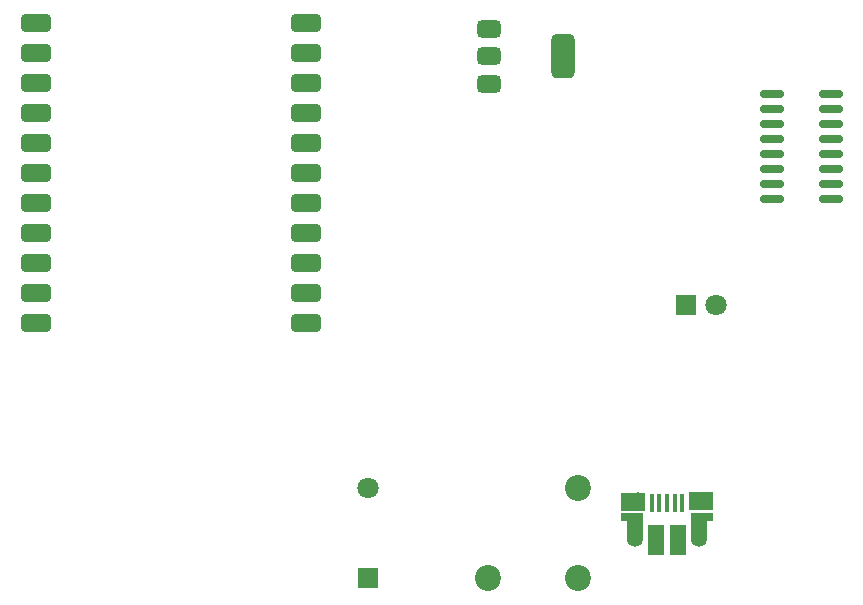
<source format=gbr>
%TF.GenerationSoftware,KiCad,Pcbnew,9.0.0*%
%TF.CreationDate,2025-04-09T12:13:31+05:30*%
%TF.ProjectId,ES lab Assignment,4553206c-6162-4204-9173-7369676e6d65,rev?*%
%TF.SameCoordinates,Original*%
%TF.FileFunction,Soldermask,Top*%
%TF.FilePolarity,Negative*%
%FSLAX46Y46*%
G04 Gerber Fmt 4.6, Leading zero omitted, Abs format (unit mm)*
G04 Created by KiCad (PCBNEW 9.0.0) date 2025-04-09 12:13:31*
%MOMM*%
%LPD*%
G01*
G04 APERTURE LIST*
G04 Aperture macros list*
%AMRoundRect*
0 Rectangle with rounded corners*
0 $1 Rounding radius*
0 $2 $3 $4 $5 $6 $7 $8 $9 X,Y pos of 4 corners*
0 Add a 4 corners polygon primitive as box body*
4,1,4,$2,$3,$4,$5,$6,$7,$8,$9,$2,$3,0*
0 Add four circle primitives for the rounded corners*
1,1,$1+$1,$2,$3*
1,1,$1+$1,$4,$5*
1,1,$1+$1,$6,$7*
1,1,$1+$1,$8,$9*
0 Add four rect primitives between the rounded corners*
20,1,$1+$1,$2,$3,$4,$5,0*
20,1,$1+$1,$4,$5,$6,$7,0*
20,1,$1+$1,$6,$7,$8,$9,0*
20,1,$1+$1,$8,$9,$2,$3,0*%
G04 Aperture macros list end*
%ADD10R,0.400000X1.650000*%
%ADD11R,1.825000X0.700000*%
%ADD12R,2.000000X1.500000*%
%ADD13R,1.350000X2.000000*%
%ADD14O,1.350000X1.700000*%
%ADD15O,1.100000X1.500000*%
%ADD16R,1.430000X2.500000*%
%ADD17RoundRect,0.375000X-0.625000X-0.375000X0.625000X-0.375000X0.625000X0.375000X-0.625000X0.375000X0*%
%ADD18RoundRect,0.500000X-0.500000X-1.400000X0.500000X-1.400000X0.500000X1.400000X-0.500000X1.400000X0*%
%ADD19RoundRect,0.150000X-0.850000X-0.150000X0.850000X-0.150000X0.850000X0.150000X-0.850000X0.150000X0*%
%ADD20RoundRect,0.381000X-0.889000X-0.381000X0.889000X-0.381000X0.889000X0.381000X-0.889000X0.381000X0*%
%ADD21C,2.200000*%
%ADD22R,1.800000X1.800000*%
%ADD23C,1.800000*%
G04 APERTURE END LIST*
D10*
%TO.C,J1*%
X148300000Y-108785000D03*
X148950000Y-108785000D03*
X149600000Y-108785000D03*
X150250000Y-108785000D03*
X150900000Y-108785000D03*
D11*
X146650000Y-109985000D03*
D12*
X146750000Y-108685000D03*
D13*
X146870000Y-110735000D03*
D14*
X146870000Y-111665000D03*
D15*
X147180000Y-108665000D03*
D16*
X148640000Y-111935000D03*
X150560000Y-111935000D03*
D15*
X152020000Y-108665000D03*
D14*
X152330000Y-111665000D03*
D13*
X152350000Y-110735000D03*
D12*
X152500000Y-108665000D03*
D11*
X152600000Y-109985000D03*
%TD*%
D17*
%TO.C,U4*%
X134500000Y-68700000D03*
X134500000Y-71000000D03*
D18*
X140800000Y-71000000D03*
D17*
X134500000Y-73300000D03*
%TD*%
D19*
%TO.C,U2*%
X158500000Y-74155000D03*
X158500000Y-75425000D03*
X158500000Y-76695000D03*
X158500000Y-77965000D03*
X158500000Y-79235000D03*
X158500000Y-80505000D03*
X158500000Y-81775000D03*
X158500000Y-83045000D03*
X163500000Y-83045000D03*
X163500000Y-81775000D03*
X163500000Y-80505000D03*
X163500000Y-79235000D03*
X163500000Y-77965000D03*
X163500000Y-76695000D03*
X163500000Y-75425000D03*
X163500000Y-74155000D03*
%TD*%
D20*
%TO.C,U1*%
X96140000Y-68200000D03*
X96140000Y-70740000D03*
X96140000Y-73280000D03*
X96140000Y-75820000D03*
X96140000Y-78360000D03*
X96140000Y-80900000D03*
X96140000Y-83440000D03*
X96140000Y-85980000D03*
X96140000Y-88520000D03*
X96140000Y-91060000D03*
X96140000Y-93600000D03*
X119000000Y-93600000D03*
X119000000Y-91060000D03*
X119000000Y-88520000D03*
X119000000Y-85980000D03*
X119000000Y-83440000D03*
X119000000Y-80900000D03*
X119000000Y-78360000D03*
X119000000Y-75820000D03*
X119000000Y-73280000D03*
X119000000Y-70740000D03*
X119000000Y-68200000D03*
%TD*%
D21*
%TO.C,K1*%
X134430000Y-115120000D03*
X142050000Y-107500000D03*
X142050000Y-115120000D03*
D22*
X124270000Y-115120000D03*
D23*
X124270000Y-107500000D03*
%TD*%
D22*
%TO.C,D1*%
X151195000Y-92040000D03*
D23*
X153735000Y-92040000D03*
%TD*%
M02*

</source>
